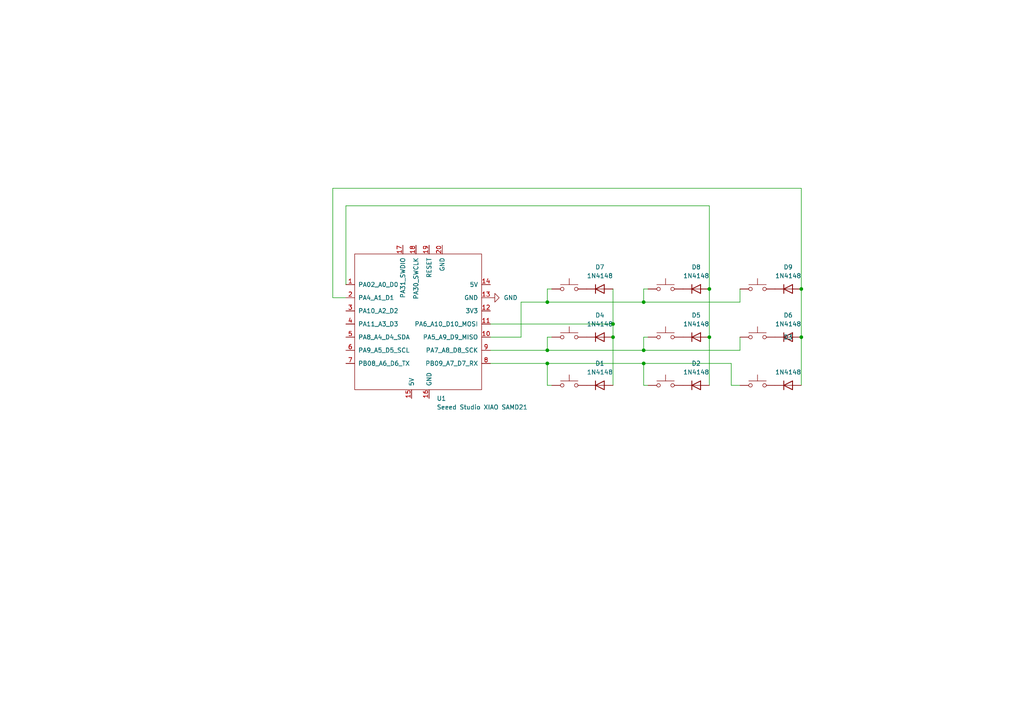
<source format=kicad_sch>
(kicad_sch (version 20231120) (generator "eeschema") (generator_version "8.0")
  (paper "A4")
  (lib_symbols
    (symbol "Diode:1N4148" (pin_numbers hide) (pin_names hide)
      (property "Reference" "D" (at 0 2.54 0))
      (property "Value" "1N4148" (at 0 -2.54 0))
      (symbol "1N4148_0_1"
        (polyline (pts (xy -1.27 1.27) (xy -1.27 -1.27)) (stroke (width 0.254)))
        (polyline (pts (xy 1.27 0) (xy -1.27 0)))
        (polyline (pts (xy 1.27 1.27) (xy 1.27 -1.27) (xy -1.27 0) (xy 1.27 1.27)) (stroke (width 0.254)))
      )
      (symbol "1N4148_1_1"
        (pin passive line (at -3.81 0 0) (length 2.54) (name "K") (number "1"))
        (pin passive line (at 3.81 0 180) (length 2.54) (name "A") (number "2"))
      )
    )
    (symbol "Seeed_Studio_XIAO_Series:Seeed Studio XIAO SAMD21" (pin_names (offset 1.016))
      (property "Reference" "U" (at -19.05 22.86 0))
      (property "Value" "Seeed Studio XIAO SAMD21" (at -12.7 21.59 0))
      (symbol "Seeed Studio XIAO SAMD21_0_1"
        (rectangle (start -19.05 20.32) (end 17.78 -19.05))
      )
      (symbol "Seeed Studio XIAO SAMD21_1_1"
        (pin unspecified line (at -21.59 11.43 0) (length 2.54) (name "PA02_A0_D0") (number "1"))
        (pin unspecified line (at 20.32 -3.81 180) (length 2.54) (name "PA5_A9_D9_MISO") (number "10"))
        (pin unspecified line (at 20.32 0 180) (length 2.54) (name "PA6_A10_D10_MOSI") (number "11"))
        (pin unspecified line (at 20.32 3.81 180) (length 2.54) (name "3V3") (number "12"))
        (pin unspecified line (at 20.32 7.62 180) (length 2.54) (name "GND") (number "13"))
        (pin unspecified line (at 20.32 11.43 180) (length 2.54) (name "5V") (number "14"))
        (pin input line (at -2.54 -21.59 90) (length 2.54) (name "5V") (number "15"))
        (pin input line (at 2.54 -21.59 90) (length 2.54) (name "GND") (number "16"))
        (pin input line (at -5.08 22.86 270) (length 2.54) (name "PA31_SWDIO") (number "17"))
        (pin input line (at -1.27 22.86 270) (length 2.54) (name "PA30_SWCLK") (number "18"))
        (pin input line (at 2.54 22.86 270) (length 2.54) (name "RESET") (number "19"))
        (pin unspecified line (at -21.59 7.62 0) (length 2.54) (name "PA4_A1_D1") (number "2"))
        (pin input line (at 6.35 22.86 270) (length 2.54) (name "GND") (number "20"))
        (pin unspecified line (at -21.59 3.81 0) (length 2.54) (name "PA10_A2_D2") (number "3"))
        (pin unspecified line (at -21.59 0 0) (length 2.54) (name "PA11_A3_D3") (number "4"))
        (pin unspecified line (at -21.59 -3.81 0) (length 2.54) (name "PA8_A4_D4_SDA") (number "5"))
        (pin unspecified line (at -21.59 -7.62 0) (length 2.54) (name "PA9_A5_D5_SCL") (number "6"))
        (pin unspecified line (at -21.59 -11.43 0) (length 2.54) (name "PB08_A6_D6_TX") (number "7"))
        (pin unspecified line (at 20.32 -11.43 180) (length 2.54) (name "PB09_A7_D7_RX") (number "8"))
        (pin unspecified line (at 20.32 -7.62 180) (length 2.54) (name "PA7_A8_D8_SCK") (number "9"))
      )
    )
    (symbol "Switch:SW_Push" (pin_numbers hide) (pin_names (offset 1.016) hide)
      (property "Reference" "SW" (at 1.27 2.54 0))
      (property "Value" "SW_Push" (at 0 -1.524 0))
      (symbol "SW_Push_0_1"
        (circle (center -2.032 0) (radius 0.508))
        (polyline (pts (xy 0 1.27) (xy 0 3.048)))
        (polyline (pts (xy 2.54 1.27) (xy -2.54 1.27)))
        (circle (center 2.032 0) (radius 0.508))
        (pin passive line (at -5.08 0 0) (length 2.54) (name "1") (number "1"))
        (pin passive line (at 5.08 0 180) (length 2.54) (name "2") (number "2"))
      )
    )
    (symbol "power:GND" (power) (pin_numbers hide) (pin_names (offset 0) hide)
      (property "Value" "GND" (at 0 -3.81 0))
      (symbol "GND_0_1"
        (polyline (pts (xy 0 0) (xy 0 -1.27) (xy 1.27 -1.27) (xy 0 -2.54) (xy -1.27 -1.27) (xy 0 -1.27)))
      )
      (symbol "GND_1_1"
        (pin power_in line (at 0 0 270) (length 0) (name "~") (number "1"))
      )
    )
  )
  (junction (at 186.69 87.63))
  (junction (at 186.69 101.6))
  (junction (at 205.74 97.79))
  (junction (at 177.8 97.79))
  (junction (at 186.69 105.41))
  (junction (at 177.8 93.98))
  (junction (at 158.75 101.6))
  (junction (at 158.75 105.41))
  (junction (at 205.74 83.82))
  (junction (at 232.41 83.82))
  (junction (at 232.41 97.79))
  (junction (at 158.75 87.63))
  (wire (pts (xy 232.41 97.79) (xy 232.41 83.82)))
  (wire (pts (xy 158.75 101.6) (xy 186.69 101.6)))
  (wire (pts (xy 96.52 54.61) (xy 96.52 86.36)))
  (wire (pts (xy 96.52 86.36) (xy 100.33 86.36)))
  (wire (pts (xy 151.13 87.63) (xy 158.75 87.63)))
  (wire (pts (xy 158.75 87.63) (xy 186.69 87.63)))
  (wire (pts (xy 186.69 97.79) (xy 186.69 101.6)))
  (wire (pts (xy 212.09 105.41) (xy 212.09 111.76)))
  (wire (pts (xy 186.69 105.41) (xy 212.09 105.41)))
  (wire (pts (xy 142.24 101.6) (xy 158.75 101.6)))
  (wire (pts (xy 232.41 97.79) (xy 232.41 111.76)))
  (wire (pts (xy 177.8 83.82) (xy 177.8 93.98)))
  (wire (pts (xy 100.33 59.69) (xy 100.33 82.55)))
  (wire (pts (xy 158.75 83.82) (xy 158.75 87.63)))
  (wire (pts (xy 186.69 105.41) (xy 186.69 111.76)))
  (wire (pts (xy 177.8 111.76) (xy 177.8 97.79)))
  (wire (pts (xy 158.75 97.79) (xy 160.02 97.79)))
  (wire (pts (xy 177.8 97.79) (xy 177.8 93.98)))
  (wire (pts (xy 158.75 97.79) (xy 158.75 101.6)))
  (wire (pts (xy 205.74 111.76) (xy 205.74 97.79)))
  (wire (pts (xy 151.13 97.79) (xy 151.13 87.63)))
  (wire (pts (xy 186.69 97.79) (xy 187.96 97.79)))
  (wire (pts (xy 186.69 87.63) (xy 214.63 87.63)))
  (wire (pts (xy 142.24 97.79) (xy 151.13 97.79)))
  (wire (pts (xy 205.74 83.82) (xy 205.74 59.69)))
  (wire (pts (xy 158.75 111.76) (xy 160.02 111.76)))
  (wire (pts (xy 214.63 101.6) (xy 214.63 97.79)))
  (wire (pts (xy 186.69 83.82) (xy 186.69 87.63)))
  (wire (pts (xy 186.69 101.6) (xy 214.63 101.6)))
  (wire (pts (xy 142.24 93.98) (xy 177.8 93.98)))
  (wire (pts (xy 232.41 54.61) (xy 96.52 54.61)))
  (wire (pts (xy 158.75 105.41) (xy 158.75 111.76)))
  (wire (pts (xy 158.75 105.41) (xy 186.69 105.41)))
  (wire (pts (xy 186.69 111.76) (xy 187.96 111.76)))
  (wire (pts (xy 205.74 97.79) (xy 205.74 83.82)))
  (wire (pts (xy 142.24 105.41) (xy 158.75 105.41)))
  (wire (pts (xy 205.74 59.69) (xy 100.33 59.69)))
  (wire (pts (xy 186.69 83.82) (xy 187.96 83.82)))
  (wire (pts (xy 232.41 83.82) (xy 232.41 54.61)))
  (wire (pts (xy 212.09 111.76) (xy 214.63 111.76)))
  (wire (pts (xy 158.75 83.82) (xy 160.02 83.82)))
  (wire (pts (xy 214.63 83.82) (xy 214.63 87.63)))
  (symbol (lib_id "Switch:SW_Push") (at 165.1 111.76 0) (unit 1)
    (property "Reference" "SW1" (effects (hide yes)))
    (property "Value" "SW_Push" (effects (hide yes)))
    (property "Footprint" "Button_Switch_Keyboard:SW_Cherry_MX_1.00u_PCB" (effects (hide yes)))
    (property "Description" "Push button switch, generic, two pins" (effects (hide yes)))
  )
  (symbol (lib_id "Diode:1N4148") (at 228.6 83.82 0) (unit 1)
    (property "Reference" "D9" (at 228.6 77.47 0))
    (property "Value" "1N4148" (at 228.6 80.01 0))
    (property "Footprint" "Diode_THT:D_DO-35_SOD27_P7.62mm_Horizontal" (effects (hide yes)))
    (property "Datasheet" "https://assets.nexperia.com/documents/data-sheet/1N4148_1N4448.pdf" (effects (hide yes)))
    (property "Description" "100V 0.15A standard switching diode, DO-35" (effects (hide yes)))
    (property "Sim.Device" "D" (effects (hide yes)))
    (property "Sim.Pins" "1=K 2=A" (effects (hide yes)))
  )
  (symbol (lib_id "Diode:1N4148") (at 201.93 83.82 0) (unit 1)
    (property "Reference" "D8" (at 201.93 77.47 0))
    (property "Value" "1N4148" (at 201.93 80.01 0))
    (property "Footprint" "Diode_THT:D_DO-35_SOD27_P7.62mm_Horizontal" (effects (hide yes)))
    (property "Datasheet" "https://assets.nexperia.com/documents/data-sheet/1N4148_1N4448.pdf" (effects (hide yes)))
    (property "Description" "100V 0.15A standard switching diode, DO-35" (effects (hide yes)))
    (property "Sim.Device" "D" (effects (hide yes)))
    (property "Sim.Pins" "1=K 2=A" (effects (hide yes)))
  )
  (symbol (lib_id "Diode:1N4148") (at 173.99 83.82 0) (unit 1)
    (property "Reference" "D7" (at 173.99 77.47 0))
    (property "Value" "1N4148" (at 173.99 80.01 0))
    (property "Footprint" "Diode_THT:D_DO-35_SOD27_P7.62mm_Horizontal" (effects (hide yes)))
    (property "Datasheet" "https://assets.nexperia.com/documents/data-sheet/1N4148_1N4448.pdf" (effects (hide yes)))
    (property "Description" "100V 0.15A standard switching diode, DO-35" (effects (hide yes)))
    (property "Sim.Device" "D" (effects (hide yes)))
    (property "Sim.Pins" "1=K 2=A" (effects (hide yes)))
  )
  (symbol (lib_id "Diode:1N4148") (at 173.99 97.79 0) (unit 1)
    (property "Reference" "D4" (at 173.99 91.44 0))
    (property "Value" "1N4148" (at 173.99 93.98 0))
    (property "Footprint" "Diode_THT:D_DO-35_SOD27_P7.62mm_Horizontal" (effects (hide yes)))
    (property "Datasheet" "https://assets.nexperia.com/documents/data-sheet/1N4148_1N4448.pdf" (effects (hide yes)))
    (property "Description" "100V 0.15A standard switching diode, DO-35" (effects (hide yes)))
    (property "Sim.Device" "D" (effects (hide yes)))
    (property "Sim.Pins" "1=K 2=A" (effects (hide yes)))
  )
  (symbol (lib_id "Diode:1N4148") (at 201.93 97.79 0) (unit 1)
    (property "Reference" "D5" (at 201.93 91.44 0))
    (property "Value" "1N4148" (at 201.93 93.98 0))
    (property "Footprint" "Diode_THT:D_DO-35_SOD27_P7.62mm_Horizontal" (effects (hide yes)))
    (property "Datasheet" "https://assets.nexperia.com/documents/data-sheet/1N4148_1N4448.pdf" (effects (hide yes)))
    (property "Description" "100V 0.15A standard switching diode, DO-35" (effects (hide yes)))
    (property "Sim.Device" "D" (effects (hide yes)))
    (property "Sim.Pins" "1=K 2=A" (effects (hide yes)))
  )
  (symbol (lib_id "Switch:SW_Push") (at 165.1 97.79 0) (unit 1)
    (property "Reference" "SW4" (effects (hide yes)))
    (property "Value" "SW_Push" (effects (hide yes)))
    (property "Footprint" "Button_Switch_Keyboard:SW_Cherry_MX_1.00u_PCB" (effects (hide yes)))
    (property "Description" "Push button switch, generic, two pins" (effects (hide yes)))
  )
  (symbol (lib_id "Switch:SW_Push") (at 193.04 111.76 0) (unit 1)
    (property "Reference" "SW2" (effects (hide yes)))
    (property "Value" "SW_Push" (effects (hide yes)))
    (property "Footprint" "Button_Switch_Keyboard:SW_Cherry_MX_1.00u_PCB" (effects (hide yes)))
    (property "Description" "Push button switch, generic, two pins" (effects (hide yes)))
  )
  (symbol (lib_id "Diode:1N4148") (at 173.99 111.76 0) (unit 1)
    (property "Reference" "D1" (at 173.99 105.41 0))
    (property "Value" "1N4148" (at 173.99 107.95 0))
    (property "Footprint" "Diode_THT:D_DO-35_SOD27_P7.62mm_Horizontal" (effects (hide yes)))
    (property "Datasheet" "https://assets.nexperia.com/documents/data-sheet/1N4148_1N4448.pdf" (effects (hide yes)))
    (property "Description" "100V 0.15A standard switching diode, DO-35" (effects (hide yes)))
    (property "Sim.Device" "D" (effects (hide yes)))
    (property "Sim.Pins" "1=K 2=A" (effects (hide yes)))
  )
  (symbol (lib_id "Diode:1N4148") (at 201.93 111.76 0) (unit 1)
    (property "Reference" "D2" (at 201.93 105.41 0))
    (property "Value" "1N4148" (at 201.93 107.95 0))
    (property "Footprint" "Diode_THT:D_DO-35_SOD27_P7.62mm_Horizontal" (effects (hide yes)))
    (property "Datasheet" "https://assets.nexperia.com/documents/data-sheet/1N4148_1N4448.pdf" (effects (hide yes)))
    (property "Description" "100V 0.15A standard switching diode, DO-35" (effects (hide yes)))
    (property "Sim.Device" "D" (effects (hide yes)))
    (property "Sim.Pins" "1=K 2=A" (effects (hide yes)))
  )
  (symbol (lib_id "Diode:1N4148") (at 228.6 97.79 0) (unit 1)
    (property "Reference" "D6" (at 228.6 91.44 0))
    (property "Value" "1N4148" (at 228.6 93.98 0))
    (property "Footprint" "Diode_THT:D_DO-35_SOD27_P7.62mm_Horizontal" (effects (hide yes)))
    (property "Datasheet" "https://assets.nexperia.com/documents/data-sheet/1N4148_1N4448.pdf" (effects (hide yes)))
    (property "Description" "100V 0.15A standard switching diode, DO-35" (effects (hide yes)))
    (property "Sim.Device" "D" (effects (hide yes)))
    (property "Sim.Pins" "1=K 2=A" (effects (hide yes)))
  )
  (symbol (lib_id "Switch:SW_Push") (at 219.71 97.79 0) (unit 1)
    (property "Reference" "SW6" (effects (hide yes)))
    (property "Value" "SW_Push" (effects (hide yes)))
    (property "Footprint" "Button_Switch_Keyboard:SW_Cherry_MX_1.00u_PCB" (effects (hide yes)))
    (property "Description" "Push button switch, generic, two pins" (effects (hide yes)))
  )
  (symbol (lib_id "Switch:SW_Push") (at 193.04 97.79 0) (unit 1)
    (property "Reference" "SW5" (effects (hide yes)))
    (property "Value" "SW_Push" (effects (hide yes)))
    (property "Footprint" "Button_Switch_Keyboard:SW_Cherry_MX_1.00u_PCB" (effects (hide yes)))
    (property "Description" "Push button switch, generic, two pins" (effects (hide yes)))
  )
  (symbol (lib_id "Switch:SW_Push") (at 165.1 83.82 0) (unit 1)
    (property "Reference" "SW7" (effects (hide yes)))
    (property "Value" "SW_Push" (effects (hide yes)))
    (property "Footprint" "Button_Switch_Keyboard:SW_Cherry_MX_1.00u_PCB" (effects (hide yes)))
    (property "Description" "Push button switch, generic, two pins" (effects (hide yes)))
  )
  (symbol (lib_id "Switch:SW_Push") (at 193.04 83.82 0) (unit 1)
    (property "Reference" "SW8" (effects (hide yes)))
    (property "Value" "SW_Push" (effects (hide yes)))
    (property "Footprint" "Button_Switch_Keyboard:SW_Cherry_MX_1.00u_PCB" (effects (hide yes)))
    (property "Description" "Push button switch, generic, two pins" (effects (hide yes)))
  )
  (symbol (lib_id "Diode:1N4148") (at 228.6 111.76 0) (unit 1)
    (property "Reference" "D3" (at 228.6 97.79 0))
    (property "Value" "1N4148" (at 228.6 107.95 0))
    (property "Footprint" "Diode_THT:D_DO-35_SOD27_P7.62mm_Horizontal" (effects (hide yes)))
    (property "Datasheet" "https://assets.nexperia.com/documents/data-sheet/1N4148_1N4448.pdf" (effects (hide yes)))
    (property "Description" "100V 0.15A standard switching diode, DO-35" (effects (hide yes)))
    (property "Sim.Device" "D" (effects (hide yes)))
    (property "Sim.Pins" "1=K 2=A" (effects (hide yes)))
  )
  (symbol (lib_id "Seeed_Studio_XIAO_Series:Seeed Studio XIAO SAMD21") (at 121.92 93.98 0) (unit 1)
    (property "Reference" "U1" (at 126.6541 115.57 0) (effects (justify left)))
    (property "Value" "Seeed Studio XIAO SAMD21" (at 126.6541 118.11 0) (effects (justify left)))
    (property "Footprint" "Custom:XIAO-SAMD21-RP2040-14P-2.54-21X17.8MM (Seeeduino XIAO)" (effects (hide yes)))
  )
  (symbol (lib_id "Switch:SW_Push") (at 219.71 83.82 0) (unit 1)
    (property "Reference" "SW9" (effects (hide yes)))
    (property "Value" "SW_Push" (effects (hide yes)))
    (property "Footprint" "Button_Switch_Keyboard:SW_Cherry_MX_1.00u_PCB" (effects (hide yes)))
    (property "Description" "Push button switch, generic, two pins" (effects (hide yes)))
  )
  (symbol (lib_id "power:GND") (at 142.24 86.36 90) (unit 1)
    (property "Reference" "#PWR01" (effects (hide yes)))
    (property "Value" "GND" (at 146.05 86.3599 90) (effects (justify right)))
    (property "Description" "Power symbol creates a global label with name \"GND\" , ground" (effects (hide yes)))
  )
  (symbol (lib_id "Switch:SW_Push") (at 219.71 111.76 0) (unit 1)
    (property "Reference" "SW3" (effects (hide yes)))
    (property "Value" "SW_Push" (effects (hide yes)))
    (property "Footprint" "Button_Switch_Keyboard:SW_Cherry_MX_1.00u_PCB" (effects (hide yes)))
    (property "Description" "Push button switch, generic, two pins" (effects (hide yes)))
  )
)
</source>
